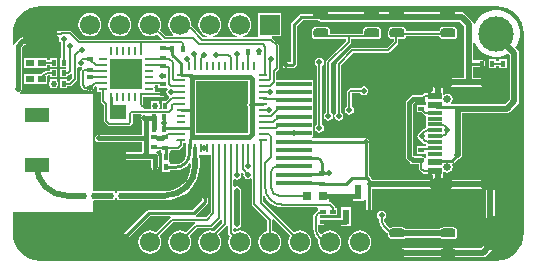
<source format=gtl>
G04*
G04 #@! TF.GenerationSoftware,Altium Limited,Altium Designer,21.6.4 (81)*
G04*
G04 Layer_Physical_Order=1*
G04 Layer_Color=255*
%FSLAX44Y44*%
%MOMM*%
G71*
G04*
G04 #@! TF.SameCoordinates,711A6483-5E67-4E50-9913-089A3A40D486*
G04*
G04*
G04 #@! TF.FilePolarity,Positive*
G04*
G01*
G75*
%ADD12C,0.1524*%
%ADD13C,0.1270*%
%ADD15C,0.2540*%
%ADD16R,4.0000X4.0000*%
%ADD17R,0.8000X0.2800*%
%ADD18R,0.2800X0.8000*%
%ADD19R,0.4000X0.5000*%
G04:AMPARAMS|DCode=20|XSize=0.4mm|YSize=0.5mm|CornerRadius=0mm|HoleSize=0mm|Usage=FLASHONLY|Rotation=180.000|XOffset=0mm|YOffset=0mm|HoleType=Round|Shape=Octagon|*
%AMOCTAGOND20*
4,1,8,0.1000,-0.2500,-0.1000,-0.2500,-0.2000,-0.1500,-0.2000,0.1500,-0.1000,0.2500,0.1000,0.2500,0.2000,0.1500,0.2000,-0.1500,0.1000,-0.2500,0.0*
%
%ADD20OCTAGOND20*%

%ADD21R,0.6000X1.3000*%
%ADD22R,0.5000X0.4000*%
%ADD23R,2.7000X2.6000*%
%ADD24O,0.8000X0.2500*%
%ADD25O,0.2500X0.8000*%
%ADD26R,0.7620X0.7620*%
%ADD27R,1.4000X1.2000*%
G04:AMPARAMS|DCode=28|XSize=0.4mm|YSize=3mm|CornerRadius=0.04mm|HoleSize=0mm|Usage=FLASHONLY|Rotation=90.000|XOffset=0mm|YOffset=0mm|HoleType=Round|Shape=RoundedRectangle|*
%AMROUNDEDRECTD28*
21,1,0.4000,2.9200,0,0,90.0*
21,1,0.3200,3.0000,0,0,90.0*
1,1,0.0800,1.4600,0.1600*
1,1,0.0800,1.4600,-0.1600*
1,1,0.0800,-1.4600,-0.1600*
1,1,0.0800,-1.4600,0.1600*
%
%ADD28ROUNDEDRECTD28*%
%ADD29R,2.0000X1.2000*%
G04:AMPARAMS|DCode=30|XSize=1.27mm|YSize=0.762mm|CornerRadius=0.1905mm|HoleSize=0mm|Usage=FLASHONLY|Rotation=0.000|XOffset=0mm|YOffset=0mm|HoleType=Round|Shape=RoundedRectangle|*
%AMROUNDEDRECTD30*
21,1,1.2700,0.3810,0,0,0.0*
21,1,0.8890,0.7620,0,0,0.0*
1,1,0.3810,0.4445,-0.1905*
1,1,0.3810,-0.4445,-0.1905*
1,1,0.3810,-0.4445,0.1905*
1,1,0.3810,0.4445,0.1905*
%
%ADD30ROUNDEDRECTD30*%
%ADD31R,1.1500X0.6000*%
%ADD32R,1.1500X0.3000*%
%ADD33R,0.7000X0.6000*%
%ADD60C,0.5000*%
%ADD61C,0.5080*%
%ADD62C,0.3810*%
%ADD63C,0.3500*%
%ADD64C,0.3000*%
%ADD65C,1.7000*%
%ADD66R,1.7000X1.7000*%
%ADD67C,3.0000*%
%ADD68C,0.6500*%
%ADD69O,1.8000X1.0000*%
%ADD70O,2.1000X1.0000*%
%ADD71C,0.5000*%
%ADD72C,0.6100*%
G36*
X368500Y159513D02*
X370671Y156264D01*
X373434Y153501D01*
X376683Y151330D01*
X380293Y149834D01*
X384126Y149072D01*
X388034D01*
X391866Y149834D01*
X395477Y151330D01*
X396184Y151803D01*
X397435Y150552D01*
Y147280D01*
X397220D01*
Y139740D01*
X397435D01*
Y113369D01*
X393245Y109179D01*
X354834D01*
X354557Y109124D01*
X348415D01*
X347958Y110394D01*
X348759Y111592D01*
X349109Y113355D01*
X348759Y115119D01*
X347760Y116614D01*
X346265Y117613D01*
X344501Y117964D01*
X342737Y117613D01*
X341781Y116974D01*
X340511Y117632D01*
Y123771D01*
X380996D01*
X381000Y123770D01*
X382487Y124066D01*
X383747Y124908D01*
X384589Y126168D01*
X384885Y127655D01*
X384589Y129141D01*
X383747Y130401D01*
X383746Y130402D01*
X382486Y131244D01*
X380999Y131540D01*
X366673D01*
Y140920D01*
X374210D01*
X375201Y141117D01*
X376041Y141679D01*
X376603Y142519D01*
X376800Y143510D01*
X376603Y144501D01*
X376041Y145341D01*
X375201Y145903D01*
X374210Y146100D01*
X366673D01*
Y160604D01*
X367943Y160857D01*
X368500Y159513D01*
D02*
G37*
G36*
X99749Y123065D02*
X107007D01*
X107292Y122705D01*
X107677Y121955D01*
X106939Y120851D01*
X106646Y119380D01*
X106939Y117909D01*
X107772Y116662D01*
X108709Y116036D01*
X109089Y114619D01*
X106190Y111720D01*
X102580D01*
Y104942D01*
X101061D01*
X100723Y106212D01*
X100901Y106479D01*
X101194Y107950D01*
X100901Y109421D01*
X100620Y109842D01*
Y111720D01*
X97721D01*
X97350Y111794D01*
X96979Y111720D01*
X94080D01*
Y109842D01*
X93799Y109421D01*
X93506Y107950D01*
X93799Y106479D01*
X93977Y106212D01*
X93639Y104942D01*
X87667D01*
X87416Y106212D01*
X87825Y106485D01*
X88274Y107157D01*
X88432Y107950D01*
X88274Y108743D01*
X87825Y109415D01*
X86962Y110278D01*
Y115264D01*
X103518D01*
X104311Y115421D01*
X104983Y115871D01*
X105432Y116543D01*
X105590Y117336D01*
X105432Y118128D01*
X104983Y118800D01*
X104311Y119250D01*
X103518Y119407D01*
X97269D01*
X97194Y119491D01*
X96707Y120677D01*
X97014Y121137D01*
X97209Y122120D01*
X97014Y123103D01*
X96563Y123778D01*
X96744Y124449D01*
X97079Y125048D01*
X99749D01*
Y123065D01*
D02*
G37*
G36*
X175608Y128618D02*
X175833Y128468D01*
Y110581D01*
X175518Y110110D01*
X175225Y108639D01*
X175518Y107168D01*
X175833Y106697D01*
Y84853D01*
X175497Y84517D01*
X131989D01*
X131519Y84831D01*
X131509Y84833D01*
Y88900D01*
X131507Y88908D01*
Y104140D01*
Y128843D01*
X175458D01*
X175608Y128618D01*
D02*
G37*
G36*
X123501Y66649D02*
X123275Y64932D01*
X122378Y62767D01*
X120951Y60908D01*
X119092Y59481D01*
X116927Y58584D01*
X114603Y58278D01*
Y58278D01*
X109721D01*
X109504Y59458D01*
X109289Y60616D01*
X109289D01*
Y68156D01*
X109289D01*
X109458Y68837D01*
X109458Y68837D01*
Y69048D01*
X110200Y70318D01*
X116840D01*
X116840Y70318D01*
X117633Y70476D01*
X118305Y70925D01*
X120137Y72757D01*
X120586Y73429D01*
X120744Y74222D01*
X120744Y74222D01*
Y76510D01*
X123501D01*
Y66649D01*
D02*
G37*
G36*
X16096Y165568D02*
X15883Y164495D01*
X16176Y163024D01*
X17009Y161777D01*
X17630Y161362D01*
Y148136D01*
X16406D01*
Y140596D01*
X21433D01*
X21797Y139921D01*
X21433Y139246D01*
X16406D01*
Y131706D01*
X22946D01*
Y132212D01*
X23274Y133404D01*
X24067Y133562D01*
X24739Y134011D01*
X25886Y135159D01*
X27156Y134632D01*
Y131518D01*
X24216Y128578D01*
X22946Y128585D01*
Y130356D01*
X16406D01*
Y122816D01*
X22946D01*
Y124430D01*
X25069D01*
X25069Y124430D01*
X25862Y124587D01*
X26534Y125036D01*
X30693Y129195D01*
X30693Y129195D01*
X31142Y129867D01*
X31300Y130660D01*
X31300Y130660D01*
Y140097D01*
X32570Y140776D01*
X32819Y140609D01*
X34290Y140316D01*
X34985Y140455D01*
X35480Y139258D01*
X35402Y139206D01*
X35402Y139206D01*
X34509Y138313D01*
X34060Y137641D01*
X33902Y136848D01*
X33902Y136848D01*
Y124938D01*
X33902Y124938D01*
X34060Y124145D01*
X34509Y123473D01*
X36257Y121725D01*
X36257Y121725D01*
X36929Y121276D01*
X37722Y121118D01*
X37722Y121118D01*
X40389D01*
X40444Y121036D01*
X41116Y120587D01*
X41909Y120429D01*
X42409D01*
X42409Y120429D01*
X43202Y120587D01*
X43874Y121036D01*
X45112Y122274D01*
X45112Y122274D01*
X45561Y122946D01*
X45630Y123292D01*
X46529Y124191D01*
X46535Y124194D01*
X46913Y124112D01*
X47766Y123103D01*
X47571Y122120D01*
X47766Y121137D01*
X48323Y120303D01*
X49157Y119746D01*
X50140Y119551D01*
X50933D01*
Y112095D01*
X50933Y112095D01*
X51091Y111302D01*
X51540Y110630D01*
X53808Y108362D01*
Y95250D01*
X53808Y95250D01*
X53966Y94457D01*
X54415Y93785D01*
X56955Y91245D01*
X56955Y91245D01*
X57627Y90796D01*
X58420Y90638D01*
X74930D01*
X74930Y90638D01*
X75723Y90796D01*
X76395Y91245D01*
X77665Y92515D01*
X77665Y92515D01*
X78114Y93187D01*
X78272Y93980D01*
X78272Y93980D01*
Y100742D01*
X78328Y100798D01*
X85304D01*
X85897Y99528D01*
X85503Y98939D01*
X85257Y97700D01*
X85503Y96461D01*
X85889Y95883D01*
Y83335D01*
X49525D01*
X48286Y83089D01*
X47236Y82387D01*
X46534Y81337D01*
X46288Y80098D01*
X46534Y78859D01*
X47236Y77809D01*
X48286Y77107D01*
X49525Y76861D01*
X85889D01*
Y68250D01*
X70458D01*
X68329Y70379D01*
X67279Y71081D01*
X66040Y71327D01*
X64801Y71081D01*
X63751Y70379D01*
X63049Y69329D01*
X62803Y68090D01*
X63049Y66851D01*
X63751Y65801D01*
X66828Y62724D01*
X67878Y62022D01*
X69117Y61776D01*
X87844D01*
X88485Y61903D01*
X89127Y61776D01*
X89899Y61929D01*
X93782D01*
Y56767D01*
X94029Y55528D01*
X94731Y54478D01*
X95781Y53776D01*
X97020Y53529D01*
X98258Y53776D01*
X99309Y54478D01*
X100010Y55528D01*
X100257Y56767D01*
Y64887D01*
X100010Y66125D01*
X99309Y67176D01*
X99029Y67456D01*
X98290Y67949D01*
X98655Y69219D01*
X100343D01*
Y70318D01*
X101918D01*
Y68837D01*
X101918D01*
X102749Y68156D01*
Y60639D01*
X102749Y60616D01*
X102749Y60616D01*
X102964Y59458D01*
X102964D01*
Y51918D01*
X109504D01*
Y53098D01*
X114603D01*
Y53026D01*
X118286Y53511D01*
X121718Y54933D01*
X124665Y57194D01*
X126058Y59010D01*
X127328Y58579D01*
Y57150D01*
X127362Y56979D01*
X126964Y52935D01*
X125735Y48881D01*
X123738Y45146D01*
X121051Y41872D01*
X117776Y39184D01*
X114041Y37188D01*
X109987Y35958D01*
X105943Y35560D01*
X105772Y35594D01*
X68580D01*
X68209Y35520D01*
X65310D01*
Y33755D01*
X65133Y33622D01*
X64004Y33497D01*
X63833Y33543D01*
X63350Y34095D01*
Y35520D01*
X60451D01*
X60080Y35594D01*
X45720D01*
X44600Y36431D01*
Y117780D01*
X-17331D01*
X-17510Y118302D01*
X-17543Y119050D01*
X-16673Y119631D01*
X-15971Y120681D01*
X-15725Y121920D01*
Y157439D01*
X-13913Y159251D01*
X-13509D01*
X-12270Y159497D01*
X-11220Y160199D01*
X-5746Y165673D01*
X0D01*
X1239Y165919D01*
X2289Y166621D01*
X2434Y166838D01*
X15347D01*
X16096Y165568D01*
D02*
G37*
G36*
X326732Y111355D02*
Y109772D01*
X326350Y108660D01*
X318810D01*
Y102120D01*
X322920D01*
X324551Y100490D01*
X325223Y100041D01*
X326016Y99883D01*
X326732Y98950D01*
Y88885D01*
X326126Y88806D01*
X324415Y88097D01*
X322946Y86970D01*
X321883Y85584D01*
X321491Y85506D01*
X320244Y84673D01*
X319410Y83426D01*
X319118Y81955D01*
X319410Y80484D01*
X320244Y79237D01*
X321491Y78403D01*
X322435Y78215D01*
X323414Y76939D01*
X324883Y75812D01*
X326594Y75104D01*
X326447Y73842D01*
X326350Y73560D01*
X318810D01*
Y67020D01*
X326350D01*
X326732Y65908D01*
Y63404D01*
X326100Y63200D01*
X325462Y63192D01*
X324869Y64079D01*
X323819Y64781D01*
X322580Y65027D01*
X316741D01*
X315657Y66111D01*
Y109149D01*
X317161Y110653D01*
X323080D01*
X324319Y110900D01*
X325369Y111601D01*
X325462Y111740D01*
X326732Y111355D01*
D02*
G37*
G36*
X0Y192238D02*
X386080D01*
X386165Y192255D01*
X390636Y191815D01*
X395017Y190486D01*
X399054Y188328D01*
X402593Y185423D01*
X405498Y181884D01*
X407656Y177847D01*
X408985Y173466D01*
X409425Y168995D01*
X409408Y168910D01*
Y0D01*
X409425Y-85D01*
X408985Y-4556D01*
X407656Y-8937D01*
X405498Y-12974D01*
X402593Y-16513D01*
X399054Y-19418D01*
X395017Y-21576D01*
X390636Y-22905D01*
X386165Y-23345D01*
X386080Y-23328D01*
X0D01*
X-85Y-23345D01*
X-4556Y-22905D01*
X-8937Y-21576D01*
X-12974Y-19418D01*
X-16513Y-16513D01*
X-19418Y-12974D01*
X-21576Y-8937D01*
X-22905Y-4556D01*
X-23345Y-85D01*
X-23328Y0D01*
Y17780D01*
X44600D01*
Y27069D01*
X45720Y27906D01*
X60080D01*
X60451Y27980D01*
X63350D01*
Y29745D01*
X63527Y29878D01*
X64656Y30003D01*
X64827Y29957D01*
X65310Y29405D01*
Y27980D01*
X68209D01*
X68580Y27906D01*
X105772D01*
Y27890D01*
X110350Y28250D01*
X114814Y29322D01*
X119056Y31079D01*
X122971Y33478D01*
X126462Y36460D01*
X129444Y39951D01*
X131843Y43866D01*
X133600Y48108D01*
X134672Y52573D01*
X135032Y57150D01*
X135016D01*
Y62940D01*
X134724Y64411D01*
X134251Y65118D01*
Y66408D01*
X138841D01*
Y66410D01*
X143501D01*
Y66408D01*
X144099D01*
Y17489D01*
X140112Y13502D01*
X131811D01*
X131425Y14772D01*
X131543Y14850D01*
X141283Y24591D01*
X141845Y25431D01*
X142042Y26422D01*
Y30568D01*
X141845Y31559D01*
X141283Y32399D01*
X140443Y32960D01*
X139452Y33158D01*
X138461Y32960D01*
X137621Y32399D01*
X137059Y31559D01*
X136862Y30568D01*
Y27495D01*
X128639Y19271D01*
X91612D01*
X90620Y19074D01*
X89780Y18513D01*
X65479Y-5789D01*
X64917Y-6629D01*
X64720Y-7620D01*
X64917Y-8611D01*
X65479Y-9451D01*
X66319Y-10013D01*
X67310Y-10210D01*
X68301Y-10013D01*
X69141Y-9451D01*
X92684Y14092D01*
X109800D01*
X110197Y13133D01*
X110222Y12822D01*
X98020Y620D01*
X97637Y914D01*
X95260Y1899D01*
X92710Y2234D01*
X90160Y1899D01*
X87783Y914D01*
X85742Y-652D01*
X84176Y-2693D01*
X83191Y-5070D01*
X82856Y-7620D01*
X83191Y-10171D01*
X84176Y-12547D01*
X85742Y-14588D01*
X87783Y-16154D01*
X90160Y-17139D01*
X92710Y-17474D01*
X95260Y-17139D01*
X97637Y-16154D01*
X99678Y-14588D01*
X101244Y-12547D01*
X102228Y-10171D01*
X102564Y-7620D01*
X102228Y-5070D01*
X101244Y-2693D01*
X100950Y-2310D01*
X112618Y9358D01*
X130773D01*
X131024Y8088D01*
X130615Y7815D01*
X130615Y7815D01*
X123420Y620D01*
X123037Y914D01*
X120660Y1899D01*
X118110Y2234D01*
X115560Y1899D01*
X113183Y914D01*
X111142Y-652D01*
X109576Y-2693D01*
X108591Y-5070D01*
X108256Y-7620D01*
X108591Y-10171D01*
X109576Y-12547D01*
X111142Y-14588D01*
X113183Y-16154D01*
X115560Y-17139D01*
X118110Y-17474D01*
X120660Y-17139D01*
X123037Y-16154D01*
X125078Y-14588D01*
X126644Y-12547D01*
X127628Y-10171D01*
X127964Y-7620D01*
X127628Y-5070D01*
X126644Y-2693D01*
X126350Y-2310D01*
X132938Y4278D01*
X144780D01*
X144780Y4278D01*
X145573Y4436D01*
X146245Y4885D01*
X152637Y11277D01*
X152829Y11564D01*
X154099Y11179D01*
Y8439D01*
X147120Y1460D01*
X146060Y1899D01*
X143510Y2234D01*
X140960Y1899D01*
X138583Y914D01*
X136542Y-652D01*
X134976Y-2693D01*
X133991Y-5070D01*
X133656Y-7620D01*
X133991Y-10171D01*
X134976Y-12547D01*
X136542Y-14588D01*
X138583Y-16154D01*
X140960Y-17139D01*
X143510Y-17474D01*
X146060Y-17139D01*
X148437Y-16154D01*
X150478Y-14588D01*
X152044Y-12547D01*
X153028Y-10171D01*
X153364Y-7620D01*
X153028Y-5070D01*
X152044Y-2693D01*
X150647Y-873D01*
X157636Y6116D01*
X157830Y6407D01*
X159100Y6022D01*
Y118D01*
X159100Y118D01*
X159258Y-675D01*
X159707Y-1347D01*
X160670Y-2310D01*
X160376Y-2693D01*
X159391Y-5070D01*
X159056Y-7620D01*
X159391Y-10171D01*
X160376Y-12547D01*
X161942Y-14588D01*
X163983Y-16154D01*
X166360Y-17139D01*
X168910Y-17474D01*
X171460Y-17139D01*
X173837Y-16154D01*
X175878Y-14588D01*
X177444Y-12547D01*
X178428Y-10171D01*
X178764Y-7620D01*
X178428Y-5070D01*
X177444Y-2693D01*
X175878Y-652D01*
X173837Y914D01*
X171460Y1899D01*
X168910Y2234D01*
X166360Y1899D01*
X164514Y1134D01*
X163361Y1770D01*
X163244Y1931D01*
Y3599D01*
X164514Y4278D01*
X164883Y4031D01*
X166370Y3736D01*
X167857Y4031D01*
X169117Y4873D01*
X169959Y6134D01*
X170255Y7620D01*
Y35560D01*
X169959Y37047D01*
X169117Y38307D01*
X167857Y39149D01*
X166370Y39445D01*
X164883Y39149D01*
X164514Y38902D01*
X163244Y39581D01*
Y44988D01*
X164514Y45667D01*
X164930Y45389D01*
X166401Y45097D01*
X167872Y45389D01*
X169119Y46223D01*
X169952Y47470D01*
X170245Y48941D01*
X169952Y50412D01*
X169897Y50493D01*
X170884Y51303D01*
X172034Y50153D01*
X171882Y49391D01*
X172175Y47920D01*
X173008Y46673D01*
X174255Y45840D01*
X175726Y45547D01*
X177197Y45840D01*
X177830Y46263D01*
X179100Y45584D01*
Y24568D01*
X179100Y24568D01*
X179258Y23775D01*
X179707Y23103D01*
X192238Y10572D01*
Y1962D01*
X191759Y1899D01*
X189383Y914D01*
X187342Y-652D01*
X185776Y-2693D01*
X184792Y-5070D01*
X184456Y-7620D01*
X184792Y-10171D01*
X185776Y-12547D01*
X187342Y-14588D01*
X189383Y-16154D01*
X191759Y-17139D01*
X194310Y-17474D01*
X196861Y-17139D01*
X199237Y-16154D01*
X201278Y-14588D01*
X202844Y-12547D01*
X203829Y-10171D01*
X204164Y-7620D01*
X203829Y-5070D01*
X202844Y-2693D01*
X201278Y-652D01*
X199237Y914D01*
X196861Y1899D01*
X196382Y1962D01*
Y10982D01*
X197576Y11554D01*
X197603Y11557D01*
X211470Y-2310D01*
X211176Y-2693D01*
X210191Y-5070D01*
X209856Y-7620D01*
X210191Y-10171D01*
X211176Y-12547D01*
X212742Y-14588D01*
X214783Y-16154D01*
X217160Y-17139D01*
X219710Y-17474D01*
X222260Y-17139D01*
X224637Y-16154D01*
X226678Y-14588D01*
X228244Y-12547D01*
X229228Y-10171D01*
X229564Y-7620D01*
X229228Y-5070D01*
X228244Y-2693D01*
X226678Y-652D01*
X224637Y914D01*
X222260Y1899D01*
X219710Y2234D01*
X217160Y1899D01*
X214783Y914D01*
X214400Y620D01*
X188643Y26377D01*
Y31071D01*
X189913Y31389D01*
X191101Y29167D01*
X193100Y26730D01*
X195537Y24731D01*
X198317Y23245D01*
X199040Y23025D01*
X199094Y22989D01*
X199282Y22952D01*
X201333Y22329D01*
X204470Y22021D01*
Y22058D01*
X234265D01*
X235299Y21490D01*
X235299Y20788D01*
Y19354D01*
X235008Y19233D01*
X233325Y17942D01*
X232034Y16260D01*
X231223Y14301D01*
X230946Y12198D01*
X230976D01*
Y4443D01*
X230894D01*
X231378Y763D01*
X232798Y-2666D01*
X235058Y-5610D01*
X235478Y-5932D01*
X235256Y-7620D01*
X235592Y-10171D01*
X236576Y-12547D01*
X238142Y-14588D01*
X240183Y-16154D01*
X242560Y-17139D01*
X245110Y-17474D01*
X247661Y-17139D01*
X250037Y-16154D01*
X252078Y-14588D01*
X253644Y-12547D01*
X254629Y-10171D01*
X254964Y-7620D01*
X254629Y-5070D01*
X253644Y-2693D01*
X252078Y-652D01*
X250037Y914D01*
X247661Y1899D01*
X245110Y2234D01*
X242560Y1899D01*
X240183Y914D01*
X238142Y-652D01*
X237974Y-871D01*
X236704D01*
X236459Y-552D01*
X235461Y1857D01*
X235121Y4442D01*
X235121Y4443D01*
X235121D01*
X235184Y5686D01*
X235299Y6450D01*
X236389Y6450D01*
X242610D01*
X242839Y6450D01*
X242839Y6450D01*
X243880D01*
Y6450D01*
X244109Y6450D01*
X251420D01*
Y6483D01*
X254860D01*
Y6200D01*
X263400D01*
Y21740D01*
X254860D01*
Y12957D01*
X251420D01*
Y12990D01*
X244109D01*
X243880Y12990D01*
X243880Y12990D01*
X242839D01*
Y12990D01*
X242610Y12990D01*
X237003D01*
X236448Y13905D01*
X236392Y14286D01*
X236807Y14950D01*
X242610D01*
X242839Y14950D01*
X243880D01*
X244109Y14950D01*
X251420D01*
Y21490D01*
X249722D01*
Y21590D01*
X249564Y22383D01*
X249115Y23055D01*
X249115Y23055D01*
X246575Y25595D01*
X245903Y26044D01*
X245110Y26202D01*
X245110Y26202D01*
X245066D01*
X243989Y26669D01*
Y28512D01*
X263510D01*
X264360Y28484D01*
Y27200D01*
X272900D01*
Y27286D01*
X273813Y28169D01*
X275368Y28117D01*
Y16510D01*
X275565Y15519D01*
X276126Y14679D01*
X276967Y14117D01*
X277958Y13920D01*
X278949Y14117D01*
X279789Y14679D01*
X280350Y15519D01*
X280547Y16510D01*
Y26707D01*
X280670Y27940D01*
X280670Y27940D01*
X280547Y29147D01*
Y37371D01*
X339499D01*
X339503Y37370D01*
X377116D01*
Y11823D01*
X377412Y10336D01*
X378254Y9076D01*
X382195Y5134D01*
Y-3630D01*
X373200Y-12625D01*
X302260D01*
X300773Y-12921D01*
X299513Y-13763D01*
X298671Y-15023D01*
X298375Y-16510D01*
X298671Y-17997D01*
X299513Y-19257D01*
X300773Y-20099D01*
X302260Y-20395D01*
X374809D01*
X376296Y-20099D01*
X377556Y-19257D01*
X388827Y-7986D01*
X389669Y-6726D01*
X389965Y-5239D01*
Y6743D01*
X389669Y8230D01*
X388827Y9490D01*
X384885Y13432D01*
Y41254D01*
X384590Y42741D01*
X383747Y44001D01*
X383747Y44001D01*
X382486Y44844D01*
X381000Y45139D01*
X340512D01*
Y51278D01*
X341782Y51936D01*
X342737Y51297D01*
X344501Y50947D01*
X346265Y51297D01*
X347760Y52296D01*
X348759Y53791D01*
X349109Y55555D01*
X348759Y57319D01*
X348610Y57542D01*
X349191Y58952D01*
X350032Y59514D01*
X352653Y62135D01*
X352838Y62098D01*
X354325Y62394D01*
X355585Y63236D01*
X356005Y63656D01*
X356847Y64917D01*
X357143Y66403D01*
Y101410D01*
X394854D01*
X396341Y101705D01*
X397601Y102547D01*
X404067Y109013D01*
X404909Y110273D01*
X405205Y111760D01*
Y143510D01*
Y152161D01*
X404909Y153647D01*
X404067Y154907D01*
X401978Y156996D01*
X403660Y159513D01*
X405156Y163123D01*
X405918Y166956D01*
Y170864D01*
X405156Y174697D01*
X403660Y178307D01*
X401489Y181556D01*
X398726Y184319D01*
X395477Y186490D01*
X391866Y187986D01*
X388034Y188748D01*
X384126D01*
X380293Y187986D01*
X376683Y186490D01*
X373434Y184319D01*
X370671Y181556D01*
X368500Y178307D01*
X368157Y177480D01*
X367881Y177399D01*
X366409Y178291D01*
X366377Y178448D01*
X365535Y179708D01*
X359617Y185627D01*
X358357Y186469D01*
X356870Y186765D01*
X237490D01*
X236003Y186469D01*
X234743Y185627D01*
X234638Y185470D01*
X220980D01*
X219989Y185273D01*
X219149Y184711D01*
X212799Y178361D01*
X212237Y177521D01*
X212040Y176530D01*
Y144518D01*
X207973D01*
X206982Y144321D01*
X206142Y143759D01*
X205581Y142919D01*
X205384Y141928D01*
X205581Y140937D01*
X206142Y140097D01*
X206982Y139536D01*
X207973Y139338D01*
X213142D01*
X214133Y139536D01*
X214973Y140097D01*
X216461Y141585D01*
X217023Y142425D01*
X217220Y143416D01*
Y175457D01*
X222053Y180290D01*
X234638D01*
X234743Y180133D01*
X236003Y179291D01*
X237490Y178995D01*
X355261D01*
X358904Y175352D01*
Y143510D01*
Y131540D01*
X339505D01*
X339501Y131541D01*
X338899D01*
X337413Y131245D01*
X336152Y130403D01*
X333880Y128130D01*
X333038Y126870D01*
X332742Y125383D01*
Y120139D01*
X332265Y120044D01*
X331005Y119201D01*
X330554Y118526D01*
X325644D01*
X325644Y118526D01*
X324851Y118369D01*
X324179Y117920D01*
X323336Y117077D01*
X323080Y117128D01*
X315820D01*
X314582Y116881D01*
X313531Y116180D01*
X310131Y112779D01*
X309429Y111729D01*
X309183Y110490D01*
Y64770D01*
X309429Y63531D01*
X310131Y62481D01*
X313111Y59501D01*
X314161Y58799D01*
X315400Y58553D01*
X320508D01*
Y54610D01*
X320508Y54610D01*
X320666Y53817D01*
X321115Y53145D01*
X323270Y50990D01*
X323942Y50541D01*
X324735Y50383D01*
X324735Y50383D01*
X330554D01*
X331005Y49708D01*
X332265Y48866D01*
X332742Y48771D01*
Y45140D01*
X280547D01*
Y45299D01*
X280350Y46290D01*
X279789Y47130D01*
X278180Y48739D01*
Y74983D01*
X278212Y75144D01*
Y77438D01*
X278015Y78429D01*
X277453Y79269D01*
X277416Y79294D01*
X277391Y79331D01*
X276551Y79893D01*
X275560Y80090D01*
X230220D01*
X229912Y81264D01*
X229931Y81360D01*
X230434Y81696D01*
X230803Y82248D01*
X230933Y82900D01*
Y86100D01*
X230803Y86752D01*
X230443Y87291D01*
X230434Y87307D01*
Y88693D01*
X230443Y88709D01*
X230803Y89248D01*
X230933Y89900D01*
Y93100D01*
X230803Y93752D01*
X230443Y94291D01*
X230434Y94307D01*
Y95693D01*
X230443Y95709D01*
X230803Y96248D01*
X230933Y96900D01*
Y100100D01*
X230803Y100751D01*
X230443Y101291D01*
X230434Y101307D01*
Y102693D01*
X230443Y102709D01*
X230803Y103248D01*
X230933Y103900D01*
Y107100D01*
X230803Y107752D01*
X230443Y108291D01*
X230434Y108307D01*
Y109693D01*
X230443Y109709D01*
X230803Y110248D01*
X230933Y110900D01*
Y114100D01*
X230803Y114752D01*
X230471Y115248D01*
X230443Y115300D01*
X230438Y116000D01*
X230443Y116699D01*
X230471Y116752D01*
X230803Y117248D01*
X230933Y117900D01*
Y121100D01*
X230803Y121751D01*
X230471Y122248D01*
X230443Y122300D01*
X230438Y123000D01*
X230443Y123699D01*
X230471Y123752D01*
X230803Y124248D01*
X230933Y124900D01*
Y128100D01*
X230803Y128751D01*
X230434Y129304D01*
X229882Y129673D01*
X229230Y129803D01*
X200030D01*
X199540Y130204D01*
Y136386D01*
X201479Y138325D01*
X201928Y138997D01*
X202086Y139790D01*
X202086Y139790D01*
Y158800D01*
X202086Y158800D01*
X201928Y159593D01*
X201479Y160265D01*
X201479Y160265D01*
X196542Y165202D01*
X196111Y165490D01*
X196302Y166710D01*
X196322Y166760D01*
X204080D01*
Y186300D01*
X184540D01*
Y167079D01*
X184540Y166760D01*
X183770Y165809D01*
X171724D01*
X171460Y167012D01*
X173837Y167996D01*
X175878Y169562D01*
X177444Y171603D01*
X178428Y173979D01*
X178764Y176530D01*
X178428Y179081D01*
X177444Y181457D01*
X175878Y183498D01*
X173837Y185064D01*
X171460Y186049D01*
X168910Y186384D01*
X166360Y186049D01*
X163983Y185064D01*
X161942Y183498D01*
X160376Y181457D01*
X159391Y179081D01*
X159056Y176530D01*
X159391Y173979D01*
X160376Y171603D01*
X161942Y169562D01*
X163983Y167996D01*
X166360Y167012D01*
X166096Y165809D01*
X146324D01*
X146060Y167012D01*
X148437Y167996D01*
X150478Y169562D01*
X152044Y171603D01*
X153028Y173979D01*
X153364Y176530D01*
X153028Y179081D01*
X152044Y181457D01*
X150478Y183498D01*
X148437Y185064D01*
X146060Y186049D01*
X143510Y186384D01*
X140960Y186049D01*
X138583Y185064D01*
X136542Y183498D01*
X134976Y181457D01*
X133991Y179081D01*
X133656Y176530D01*
X133991Y173979D01*
X134976Y171603D01*
X136542Y169562D01*
X138583Y167996D01*
X140960Y167012D01*
X140696Y165809D01*
X138000D01*
X128775Y175034D01*
X128103Y175483D01*
X127833Y175537D01*
X127964Y176530D01*
X127628Y179081D01*
X126644Y181457D01*
X125078Y183498D01*
X123037Y185064D01*
X120660Y186049D01*
X118110Y186384D01*
X115560Y186049D01*
X113183Y185064D01*
X111142Y183498D01*
X109576Y181457D01*
X108591Y179081D01*
X108256Y176530D01*
X108591Y173979D01*
X109576Y171603D01*
X111142Y169562D01*
X112602Y168442D01*
X112171Y167172D01*
X106268D01*
X101418Y172022D01*
X102228Y173979D01*
X102564Y176530D01*
X102228Y179081D01*
X101244Y181457D01*
X99678Y183498D01*
X97637Y185064D01*
X95260Y186049D01*
X92710Y186384D01*
X90160Y186049D01*
X87783Y185064D01*
X85742Y183498D01*
X84176Y181457D01*
X83191Y179081D01*
X82856Y176530D01*
X83191Y173979D01*
X84176Y171603D01*
X85742Y169562D01*
X87783Y167996D01*
X90160Y167012D01*
X92710Y166676D01*
X95260Y167012D01*
X97637Y167996D01*
X98739Y168841D01*
X102869Y164711D01*
X102343Y163441D01*
X33799D01*
X26748Y170492D01*
X26076Y170941D01*
X25283Y171099D01*
X25283Y171099D01*
X17437D01*
X16851Y170982D01*
X2434D01*
X2289Y171199D01*
X1239Y171901D01*
X0Y172147D01*
X-7087D01*
X-8326Y171901D01*
X-9376Y171199D01*
X-14850Y165725D01*
X-15254D01*
X-16492Y165479D01*
X-17543Y164777D01*
X-21251Y161068D01*
X-21953Y160018D01*
X-22058Y159489D01*
X-23328Y159615D01*
Y168910D01*
X-23345Y168995D01*
X-22905Y173466D01*
X-21576Y177847D01*
X-19418Y181884D01*
X-16513Y185423D01*
X-12974Y188328D01*
X-8937Y190486D01*
X-4556Y191815D01*
X-85Y192255D01*
X0Y192238D01*
D02*
G37*
%LPC*%
G36*
X395260Y147280D02*
X388720D01*
Y145582D01*
X385980D01*
Y147280D01*
X379440D01*
Y139740D01*
X385980D01*
Y141438D01*
X388720D01*
Y139740D01*
X395260D01*
Y147280D01*
D02*
G37*
G36*
X-3580Y148430D02*
X-4850Y148430D01*
X-13580D01*
Y139890D01*
X-4850D01*
X-4040Y139890D01*
X-2770Y139890D01*
X5960D01*
Y142088D01*
X7906D01*
Y140596D01*
X14446D01*
Y148136D01*
X7906D01*
Y146232D01*
X5960D01*
Y148430D01*
X-3580Y148430D01*
D02*
G37*
G36*
X14446Y139246D02*
X7906D01*
Y137548D01*
X6507D01*
Y137572D01*
X4588Y137319D01*
X2801Y136579D01*
X1266Y135401D01*
X520Y134430D01*
X-3580Y134430D01*
X-4850Y134430D01*
X-13580D01*
Y125890D01*
X-4850D01*
X-4040Y125890D01*
X-2770Y125890D01*
X5960D01*
Y133270D01*
X6507Y133379D01*
Y133404D01*
X7906D01*
Y131706D01*
X14446D01*
Y139246D01*
D02*
G37*
G36*
X11176Y130430D02*
X10805Y130356D01*
X7906D01*
Y128478D01*
X7625Y128057D01*
X7332Y126586D01*
X7625Y125115D01*
X7906Y124694D01*
Y122816D01*
X10805D01*
X11176Y122742D01*
X11547Y122816D01*
X14446D01*
Y124694D01*
X14727Y125115D01*
X15020Y126586D01*
X14727Y128057D01*
X14446Y128478D01*
Y130356D01*
X11547D01*
X11176Y130430D01*
D02*
G37*
G36*
X349885Y174306D02*
X340995D01*
X339756Y174060D01*
X338706Y173358D01*
X338004Y172308D01*
X337758Y171069D01*
Y170989D01*
X309942D01*
Y171069D01*
X309696Y172308D01*
X308994Y173358D01*
X307944Y174060D01*
X306705Y174306D01*
X297815D01*
X296576Y174060D01*
X295526Y173358D01*
X294824Y172308D01*
X294578Y171069D01*
Y167259D01*
X294824Y166020D01*
X295526Y164970D01*
X296576Y164268D01*
X297815Y164022D01*
X299049D01*
Y162279D01*
X293782Y157012D01*
X264160D01*
X264160Y157012D01*
X263367Y156854D01*
X262695Y156405D01*
X251265Y144975D01*
X250816Y144303D01*
X250658Y143510D01*
X250658Y143510D01*
Y102210D01*
X250012Y101778D01*
X249179Y100531D01*
X248886Y99060D01*
X249179Y97589D01*
X250012Y96342D01*
X251259Y95509D01*
X252730Y95216D01*
X254201Y95509D01*
X255448Y96342D01*
X256281Y97589D01*
X256574Y99060D01*
X256281Y100531D01*
X255448Y101778D01*
X254802Y102210D01*
Y142652D01*
X265018Y152868D01*
X294640D01*
X294640Y152868D01*
X295433Y153026D01*
X296105Y153475D01*
X302586Y159956D01*
X302586Y159956D01*
X303035Y160628D01*
X303193Y161421D01*
X303193Y161421D01*
Y164022D01*
X306705D01*
X307944Y164268D01*
X308994Y164970D01*
X309696Y166020D01*
X309860Y166846D01*
X337840D01*
X338004Y166020D01*
X338706Y164970D01*
X339756Y164268D01*
X340995Y164022D01*
X349885D01*
X351124Y164268D01*
X352174Y164970D01*
X352876Y166020D01*
X353122Y167259D01*
Y171069D01*
X352876Y172308D01*
X352174Y173358D01*
X351124Y174060D01*
X349885Y174306D01*
D02*
G37*
G36*
X285115D02*
X276225D01*
X274986Y174060D01*
X273936Y173358D01*
X273234Y172308D01*
X272988Y171069D01*
Y168696D01*
X260350D01*
X260350Y168696D01*
X260350Y168696D01*
X245172D01*
Y171069D01*
X244926Y172308D01*
X244224Y173358D01*
X243174Y174060D01*
X241935Y174306D01*
X233045D01*
X231806Y174060D01*
X230756Y173358D01*
X230054Y172308D01*
X229808Y171069D01*
Y167259D01*
X230054Y166020D01*
X230756Y164970D01*
X231806Y164268D01*
X233045Y164022D01*
X241935D01*
X243174Y164268D01*
X243599Y164552D01*
X258911D01*
Y162781D01*
X242375Y146245D01*
X241926Y145573D01*
X241768Y144780D01*
X241768Y144780D01*
Y102210D01*
X241122Y101778D01*
X240289Y100531D01*
X239996Y99060D01*
X240289Y97589D01*
X241122Y96342D01*
X242369Y95509D01*
X243840Y95216D01*
X245311Y95509D01*
X246558Y96342D01*
X247391Y97589D01*
X247684Y99060D01*
X247391Y100531D01*
X246558Y101778D01*
X245912Y102210D01*
Y143922D01*
X262448Y160458D01*
X262448Y160458D01*
X262897Y161130D01*
X263055Y161923D01*
X263055Y161923D01*
Y164552D01*
X274561D01*
X274986Y164268D01*
X276225Y164022D01*
X285115D01*
X286354Y164268D01*
X287404Y164970D01*
X288106Y166020D01*
X288352Y167259D01*
Y171069D01*
X288106Y172308D01*
X287404Y173358D01*
X286354Y174060D01*
X285115Y174306D01*
D02*
G37*
G36*
X67310Y186384D02*
X64759Y186049D01*
X62383Y185064D01*
X60342Y183498D01*
X58776Y181457D01*
X57792Y179081D01*
X57456Y176530D01*
X57792Y173979D01*
X58776Y171603D01*
X60342Y169562D01*
X62383Y167996D01*
X64759Y167012D01*
X67310Y166676D01*
X69861Y167012D01*
X72237Y167996D01*
X74278Y169562D01*
X75844Y171603D01*
X76828Y173979D01*
X77164Y176530D01*
X76828Y179081D01*
X75844Y181457D01*
X74278Y183498D01*
X72237Y185064D01*
X69861Y186049D01*
X67310Y186384D01*
D02*
G37*
G36*
X41910D02*
X39360Y186049D01*
X36983Y185064D01*
X34942Y183498D01*
X33376Y181457D01*
X32392Y179081D01*
X32056Y176530D01*
X32392Y173979D01*
X33376Y171603D01*
X34942Y169562D01*
X36983Y167996D01*
X39360Y167012D01*
X41910Y166676D01*
X44461Y167012D01*
X46837Y167996D01*
X48878Y169562D01*
X50444Y171603D01*
X51428Y173979D01*
X51764Y176530D01*
X51428Y179081D01*
X50444Y181457D01*
X48878Y183498D01*
X46837Y185064D01*
X44461Y186049D01*
X41910Y186384D01*
D02*
G37*
G36*
X273970Y124355D02*
X272499Y124063D01*
X271252Y123229D01*
X270913Y122722D01*
X263108D01*
X262315Y122564D01*
X261643Y122115D01*
X261643Y122115D01*
X260155Y120627D01*
X259706Y119955D01*
X259548Y119162D01*
X259548Y119162D01*
Y107290D01*
X258902Y106858D01*
X258069Y105611D01*
X257776Y104140D01*
X258069Y102669D01*
X258902Y101422D01*
X260149Y100589D01*
X261620Y100296D01*
X263091Y100589D01*
X264338Y101422D01*
X265171Y102669D01*
X265464Y104140D01*
X265171Y105611D01*
X264338Y106858D01*
X263692Y107290D01*
Y118304D01*
X263966Y118578D01*
X270728D01*
X271252Y117793D01*
X272499Y116960D01*
X273970Y116667D01*
X275441Y116960D01*
X276688Y117793D01*
X277522Y119040D01*
X277814Y120511D01*
X277522Y121982D01*
X276688Y123229D01*
X275441Y124063D01*
X273970Y124355D01*
D02*
G37*
G36*
X236192Y148353D02*
X234721Y148061D01*
X233474Y147227D01*
X232641Y145980D01*
X232348Y144509D01*
X232641Y143038D01*
X233474Y141791D01*
X234134Y141350D01*
Y92041D01*
X233502Y91618D01*
X232669Y90371D01*
X232376Y88900D01*
X232669Y87429D01*
X233502Y86182D01*
X234749Y85349D01*
X236220Y85056D01*
X237691Y85349D01*
X238938Y86182D01*
X239771Y87429D01*
X240064Y88900D01*
X239771Y90371D01*
X238938Y91618D01*
X238278Y92059D01*
Y141369D01*
X238910Y141791D01*
X239744Y143038D01*
X240036Y144509D01*
X239744Y145980D01*
X238910Y147227D01*
X237663Y148061D01*
X236192Y148353D01*
D02*
G37*
G36*
X288865Y18911D02*
X287394Y18619D01*
X286147Y17785D01*
X285314Y16538D01*
X285021Y15067D01*
X285314Y13596D01*
X286147Y12349D01*
X286885Y11856D01*
X287057Y10117D01*
X287939Y7209D01*
X289371Y4529D01*
X291299Y2180D01*
X293648Y252D01*
X294578Y-245D01*
Y-2159D01*
X294824Y-3398D01*
X295526Y-4448D01*
X296576Y-5150D01*
X297815Y-5396D01*
X306705D01*
X307944Y-5150D01*
X308994Y-4448D01*
X309201Y-4139D01*
X338499D01*
X338706Y-4448D01*
X339756Y-5150D01*
X340995Y-5396D01*
X349885D01*
X351124Y-5150D01*
X352174Y-4448D01*
X352876Y-3398D01*
X353122Y-2159D01*
Y1651D01*
X352876Y2890D01*
X352174Y3940D01*
X351124Y4642D01*
X349885Y4888D01*
X340995D01*
X339756Y4642D01*
X338706Y3940D01*
X338499Y3631D01*
X309201D01*
X308994Y3940D01*
X307944Y4642D01*
X306705Y4888D01*
X297815D01*
X296576Y4642D01*
X295669Y4036D01*
X294247Y5127D01*
X292446Y7474D01*
X291313Y10208D01*
X291076Y12010D01*
X291583Y12349D01*
X292416Y13596D01*
X292709Y15067D01*
X292416Y16538D01*
X291583Y17785D01*
X290336Y18619D01*
X288865Y18911D01*
D02*
G37*
G36*
X270510Y2234D02*
X267959Y1899D01*
X265583Y914D01*
X263542Y-652D01*
X261976Y-2693D01*
X260991Y-5070D01*
X260656Y-7620D01*
X260991Y-10171D01*
X261976Y-12547D01*
X263542Y-14588D01*
X265583Y-16154D01*
X267959Y-17139D01*
X270510Y-17474D01*
X273060Y-17139D01*
X275437Y-16154D01*
X277478Y-14588D01*
X279044Y-12547D01*
X280028Y-10171D01*
X280364Y-7620D01*
X280028Y-5070D01*
X279044Y-2693D01*
X277478Y-652D01*
X275437Y914D01*
X273060Y1899D01*
X270510Y2234D01*
D02*
G37*
%LPD*%
D12*
X192384Y84066D02*
G03*
X191408Y84182I-976J-4056D01*
G01*
X195580Y80010D02*
G03*
X192384Y84066I-4172J0D01*
G01*
X199887Y24903D02*
G03*
X204470Y24130I4583J13197D01*
G01*
X191273Y33517D02*
G03*
X199887Y24903I13197J4583D01*
G01*
X190500Y38100D02*
G03*
X191273Y33517I13970J0D01*
G01*
X198123Y33017D02*
G03*
X201930Y31749I3807J5082D01*
G01*
X196848Y34292D02*
G03*
X198123Y33017I5082J3807D01*
G01*
X195580Y38099D02*
G03*
X196848Y34292I6350J0D01*
G01*
X200010Y56500D02*
G03*
X195580Y52070I0J-4430D01*
G01*
X298213Y372D02*
G03*
X302260Y-254I4047J12769D01*
G01*
X288865Y13141D02*
G03*
X298213Y372I13395J0D01*
G01*
X238546Y18197D02*
G03*
X233047Y12198I523J-5999D01*
G01*
X239069Y18220D02*
G03*
X238546Y18197I0J-6022D01*
G01*
X233047Y4443D02*
G03*
X245110Y-7620I12063J0D01*
G01*
X329329Y86780D02*
G03*
X329330Y86780I0J1524D01*
G01*
X323430Y81954D02*
G03*
X328430Y76955I5000J0D01*
G01*
X327962Y86955D02*
G03*
X322962Y81955I0J-5000D01*
G01*
X344542Y86955D02*
G03*
X339542Y91955I-5000J0D01*
G01*
Y81955D02*
G03*
X344542Y86955I0J5000D01*
G01*
X6507Y135476D02*
G03*
X1190Y130160I0J-5317D01*
G01*
X10970Y144160D02*
G03*
X11176Y144366I0J206D01*
G01*
X36867Y137741D02*
X41909D01*
X41909Y122501D02*
X42409D01*
X43647Y123739D01*
X37722Y123190D02*
X41910D01*
X84890Y161369D02*
X119866D01*
X32941D02*
X84890D01*
X137142Y163737D02*
X195077D01*
X121071Y173569D02*
X127310D01*
X137142Y163737D01*
X129531Y165100D02*
X134611Y160020D01*
X105410Y165100D02*
X129531D01*
X134611Y160020D02*
X188118D01*
X260350Y166624D02*
X260983D01*
X280670D01*
X345194Y168918D02*
X345440Y169164D01*
X302260D02*
X302506Y168918D01*
X345194D01*
X195580Y64462D02*
Y80010D01*
X188670Y84182D02*
X191408D01*
X190500Y38100D02*
Y59382D01*
X204470Y24130D02*
X245110D01*
X186571Y25519D02*
Y78543D01*
X187209Y79181D01*
X186571Y25519D02*
X219710Y-7620D01*
X187209Y79181D02*
X188672D01*
X201930Y31749D02*
X225909D01*
X195580Y38099D02*
Y52070D01*
X200010Y56500D02*
X214630D01*
X288865Y13141D02*
Y15067D01*
X233047Y4443D02*
Y12198D01*
X96573Y72489D02*
X96672Y72390D01*
X116840D02*
X118672Y74222D01*
X96672Y72390D02*
X116840D01*
X118672Y74222D02*
Y79180D01*
X115879Y78542D02*
X116517Y79180D01*
X118672D01*
X108319Y84105D02*
X118594D01*
X107427Y83212D02*
X108319Y84105D01*
X107427Y82345D02*
Y83212D01*
X107145Y82063D02*
X107427Y82345D01*
X104233Y82063D02*
X107145D01*
X102921Y80751D02*
X104233Y82063D01*
X382710Y143510D02*
X391990D01*
X245110Y24130D02*
X247650Y21590D01*
Y18220D02*
Y21590D01*
X188118Y160020D02*
X190468Y157670D01*
Y134820D02*
Y157670D01*
X189830Y134182D02*
X190468Y134820D01*
X188671Y134182D02*
X189830D01*
X195077Y163737D02*
X200014Y158800D01*
X237490Y166624D02*
X260350D01*
X243840Y144780D02*
X260983Y161923D01*
Y165991D01*
X260350Y166624D02*
X260983Y165991D01*
X243840Y99060D02*
Y144780D01*
X190500Y59382D02*
X195580Y64462D01*
X84890Y161369D02*
X84890Y161369D01*
X84890Y154120D02*
Y161369D01*
X55880Y95250D02*
Y109220D01*
Y95250D02*
X58420Y92710D01*
X53005Y112095D02*
X55880Y109220D01*
X0Y168910D02*
X17321D01*
X17437Y169027D01*
X25283D01*
X32941Y161369D01*
X166296Y151251D02*
X166421Y151376D01*
X166170Y141678D02*
X166296Y141803D01*
Y151251D01*
X159009Y151130D02*
X161172Y148967D01*
X148580Y151130D02*
X159009D01*
X161172Y141679D02*
Y148967D01*
X35645Y147405D02*
X41675D01*
X34290Y146050D02*
X35645Y147405D01*
X34578Y154302D02*
X35243Y154967D01*
X29228Y130660D02*
Y151164D01*
X32366Y154302D02*
X34578D01*
X29228Y151164D02*
X32366Y154302D01*
X35974Y124938D02*
Y136848D01*
Y124938D02*
X37722Y123190D01*
X25098Y137300D02*
Y158590D01*
X23274Y135476D02*
X25098Y137300D01*
Y158590D02*
X25256Y158748D01*
X25069Y126501D02*
X29228Y130660D01*
X19676Y144366D02*
X19701Y144392D01*
Y164469D01*
X19727Y164495D01*
X19449Y126501D02*
X25069D01*
X35974Y136848D02*
X36867Y137741D01*
X19676Y135476D02*
X23274D01*
X85341Y117336D02*
X103518D01*
X84890Y109420D02*
X86360Y107950D01*
X84890Y109420D02*
Y115120D01*
X236192Y144509D02*
X236206Y144495D01*
Y88914D02*
X236220Y88900D01*
X236206Y88914D02*
Y144495D01*
X252730Y143510D02*
X264160Y154940D01*
X252730Y99060D02*
Y143510D01*
X176118Y56752D02*
X176145Y56778D01*
Y71652D01*
X181172Y24568D02*
Y71679D01*
Y24568D02*
X194310Y11430D01*
X171172Y53945D02*
X175693Y49424D01*
X176145Y71652D02*
X176171Y71678D01*
X171172Y53945D02*
Y71679D01*
X197598Y137374D02*
X200014Y139790D01*
Y158800D01*
X301121Y161421D02*
Y165485D01*
X302260Y166624D01*
X294640Y154940D02*
X301121Y161421D01*
X264160Y154940D02*
X294640D01*
X263108Y120650D02*
X273832D01*
X261620Y104140D02*
Y119162D01*
X273832Y120650D02*
X273970Y120511D01*
X261620Y119162D02*
X263108Y120650D01*
X118594Y84105D02*
X118671Y84182D01*
X176005Y141843D02*
Y153505D01*
X175840Y153670D02*
X176005Y153505D01*
Y141843D02*
X176170Y141678D01*
X322580Y70290D02*
X323507Y71217D01*
X333014D02*
X333752Y71955D01*
X323507Y71217D02*
X333014D01*
X324735Y52455D02*
X333752D01*
X322580Y54610D02*
X324735Y52455D01*
X322580Y54610D02*
Y61790D01*
X325644Y116455D02*
X333752D01*
X323080Y113890D02*
X325644Y116455D01*
X324318Y103652D02*
Y104152D01*
X322580Y105390D02*
X323080D01*
X326016Y101955D02*
X333752D01*
X324318Y103652D02*
X326016Y101955D01*
X323080Y105390D02*
X324318Y104152D01*
X188671Y124182D02*
X188703Y124214D01*
X194064D01*
X188670Y104182D02*
X188698Y104209D01*
X193930D02*
X193958Y104237D01*
X188698Y104209D02*
X193930D01*
X201630Y105500D02*
X214630D01*
X188672Y99181D02*
X195311D01*
X201630Y105500D01*
Y98500D02*
X214630D01*
X188670Y94182D02*
X197312D01*
X201630Y98500D01*
X188672Y89181D02*
X199311D01*
X201630Y91500D01*
X214630D01*
X189309Y113544D02*
X213586D01*
X188671Y114182D02*
X189309Y113544D01*
X213586D02*
X214630Y112500D01*
X111760Y11430D02*
X140970D01*
X92710Y-7620D02*
X111760Y11430D01*
X140970D02*
X146171Y16631D01*
X118110Y-7620D02*
X132080Y6350D01*
X144780D01*
X146171Y16631D02*
Y71678D01*
X144780Y6350D02*
X151172Y12742D01*
X156171Y7581D02*
Y71678D01*
X143510Y-5080D02*
X156171Y7581D01*
X143510Y-7620D02*
Y-5080D01*
X151172Y12742D02*
Y71680D01*
X84890Y115120D02*
Y116885D01*
X85341Y117336D01*
X138430Y150224D02*
Y151130D01*
X136170Y147964D02*
X138430Y150224D01*
X124838Y145611D02*
Y146951D01*
X124173Y147616D02*
X124838Y146951D01*
Y145611D02*
X126170Y144278D01*
X130741Y142110D02*
X131172Y141679D01*
X130741Y142110D02*
Y150824D01*
X130310Y151255D02*
X130741Y150824D01*
X136170Y141678D02*
Y147964D01*
X126170Y141678D02*
Y144278D01*
X93980Y176530D02*
X105410Y165100D01*
X118110Y176530D02*
X121071Y173569D01*
X120759Y156209D02*
Y160476D01*
X119866Y161369D02*
X120759Y160476D01*
X92710Y176530D02*
X93980D01*
X108740Y126210D02*
X110768Y124182D01*
X118671D01*
X108740Y126210D02*
Y140100D01*
X110490Y119380D02*
X110690Y119180D01*
X118672D01*
X111994Y130393D02*
X113207Y129180D01*
X118672D01*
X111994Y130393D02*
Y144546D01*
X109220Y147320D02*
X111994Y144546D01*
X103586Y140992D02*
X107847D01*
X108740Y140100D01*
X92030Y147260D02*
X103614D01*
X104264Y147320D02*
X109220D01*
X103519Y148065D02*
X104264Y147320D01*
X101794Y142120D02*
X103254Y140660D01*
X103586Y140992D01*
X91890Y147120D02*
X92030Y147260D01*
X103614D02*
X103754Y147400D01*
X91890Y142120D02*
X101794D01*
X103254Y125670D02*
X103754D01*
X91890Y127120D02*
X101804D01*
X103254Y125670D01*
X77470Y102870D02*
X109220D01*
X76200Y101600D02*
X77470Y102870D01*
X74930Y92710D02*
X76200Y93980D01*
Y101600D01*
X58420Y92710D02*
X74930D01*
X53005Y112095D02*
Y122005D01*
X111582Y114182D02*
X118671D01*
X105850Y108450D02*
X111582Y114182D01*
X109220Y102870D02*
X111760Y105410D01*
Y108288D02*
X112653Y109180D01*
X118672D01*
X111760Y105410D02*
Y108288D01*
X105850Y107950D02*
Y108450D01*
X52890Y122120D02*
X53005Y122005D01*
X41909Y137741D02*
X42343Y137307D01*
X46365Y126956D02*
X52726D01*
X43647Y124239D02*
X46365Y126956D01*
X43647Y123739D02*
Y124239D01*
X52726Y126956D02*
X52890Y127120D01*
X47010Y142140D02*
X52870D01*
X52890Y142120D01*
X41910Y146740D02*
X42410D01*
X47010Y142140D01*
X41910Y131500D02*
X42530Y132120D01*
X52890D01*
X52703Y137307D02*
X52890Y137120D01*
X42343Y137307D02*
X52703D01*
X194310Y-7620D02*
Y11430D01*
X166286Y49056D02*
Y71563D01*
X166171Y71678D02*
X166286Y71563D01*
Y49056D02*
X166401Y48941D01*
X161172Y118D02*
Y71679D01*
Y118D02*
X168910Y-7620D01*
X327962Y86955D02*
X333752D01*
X328869Y86780D02*
X329329D01*
X329330D02*
X329359Y86780D01*
X322962Y81955D02*
X323627Y82620D01*
X333752Y91955D02*
X339542D01*
X333752Y81955D02*
X339542D01*
X328764Y86886D02*
X328869Y86780D01*
X329796Y86798D02*
X333752Y86955D01*
X329359Y86780D02*
X329796Y86798D01*
X328430Y76955D02*
X333752D01*
X6507Y135476D02*
X11176D01*
X1190Y144160D02*
X10970D01*
D13*
X193794Y129612D02*
X194600Y130418D01*
Y147219D01*
X189104Y129612D02*
X193794D01*
X188672Y129181D02*
X189104Y129612D01*
X197598Y127748D02*
Y137374D01*
X194064Y124214D02*
X197598Y127748D01*
X194600Y147219D02*
X195000Y147618D01*
D15*
X238760Y58420D02*
G03*
X233680Y63500I-5080J0D01*
G01*
X126132Y66310D02*
G03*
X126171Y67256I-11529J946D01*
G01*
X114603Y55688D02*
G03*
X126132Y66310I0J11568D01*
G01*
X214630Y143416D02*
Y176530D01*
X207973Y141928D02*
X213142D01*
X214630Y143416D01*
X220980Y182880D02*
X237490D01*
X275622Y75144D02*
Y77438D01*
X277958Y16510D02*
Y45299D01*
X238319Y41641D02*
X258811D01*
X139452Y26422D02*
Y30568D01*
X129712Y16682D02*
X139452Y26422D01*
X91612Y16682D02*
X129712D01*
X238760Y50220D02*
Y58420D01*
X214630Y63500D02*
X233680D01*
X106234Y55688D02*
X114603D01*
X126171Y67256D02*
Y71678D01*
X104964Y88474D02*
Y97931D01*
X104941Y97955D02*
X104964Y97931D01*
Y88474D02*
X104988Y88450D01*
X118672Y89180D02*
X127990D01*
X105718D02*
X118672D01*
X104988Y88450D02*
X105718Y89180D01*
X362788Y143510D02*
X374210D01*
X264160Y46990D02*
X276266D01*
X214630Y176530D02*
X220980Y182880D01*
X67310Y-7620D02*
X91612Y16682D01*
X239168Y50628D02*
X244835D01*
X238760Y50220D02*
X239168Y50628D01*
X59890Y97990D02*
Y115120D01*
X244835Y50628D02*
X244886Y50577D01*
X243976D02*
X244886D01*
X275293Y47963D02*
X276266Y46990D01*
X275293Y47963D02*
X275590Y48260D01*
X276266Y46990D02*
X277958Y45299D01*
X258811Y41641D02*
X264160Y46990D01*
X275590Y48260D02*
Y75112D01*
X275622Y75144D01*
X214630Y77500D02*
X275560D01*
X119187Y134182D02*
X126168D01*
X348200Y61345D02*
X352838Y65983D01*
X334642Y61345D02*
X348200D01*
X333752Y60455D02*
X334642Y61345D01*
X333752Y108455D02*
X335482Y106725D01*
X339720Y106534D02*
X354834D01*
X339529Y106725D02*
X339720Y106534D01*
X335482Y106725D02*
X339529D01*
X106033Y65521D02*
Y71762D01*
X105688Y72107D02*
X106033Y71762D01*
Y65521D02*
X106378Y65176D01*
X237460Y42500D02*
X238319Y41641D01*
X214630Y42500D02*
X237460D01*
X214630Y49500D02*
X214990Y49860D01*
X238400D01*
X238760Y50220D01*
X111760Y151130D02*
Y156210D01*
X119317Y134312D02*
Y143573D01*
X118671Y134182D02*
X119187D01*
X111760Y151130D02*
X119317Y143573D01*
X119187Y134182D02*
X119317Y134312D01*
X128270Y81280D02*
X128272D01*
X111583Y156387D02*
X111760Y156210D01*
X103696Y156387D02*
X111583D01*
X103519Y156565D02*
X103696Y156387D01*
X179109Y109181D02*
X188672D01*
X179070Y109220D02*
X179109Y109181D01*
X126168Y134182D02*
X128270Y132080D01*
X126301Y79311D02*
X128270Y81280D01*
X126301Y71808D02*
Y79311D01*
X126171Y71678D02*
X126301Y71808D01*
X118671Y104182D02*
X128228D01*
X128270Y104140D01*
D16*
X153670Y106680D02*
D03*
D17*
X118672Y79180D02*
D03*
X118671Y84182D02*
D03*
X118672Y89180D02*
D03*
X118671Y94182D02*
D03*
X118672Y99180D02*
D03*
X118671Y104182D02*
D03*
X118672Y109180D02*
D03*
X118671Y114182D02*
D03*
X118672Y119180D02*
D03*
X118671Y124182D02*
D03*
X118672Y129180D02*
D03*
X118671Y134182D02*
D03*
X188671Y134182D02*
D03*
X188672Y129181D02*
D03*
X188671Y124182D02*
D03*
X188672Y119181D02*
D03*
X188671Y114182D02*
D03*
X188672Y109181D02*
D03*
X188670Y104182D02*
D03*
X188672Y99181D02*
D03*
X188670Y94182D02*
D03*
X188672Y89181D02*
D03*
X188670Y84182D02*
D03*
X188672Y79181D02*
D03*
D18*
X126170Y141678D02*
D03*
X131172Y141679D02*
D03*
X136170Y141678D02*
D03*
X141172Y141679D02*
D03*
X146170Y141678D02*
D03*
X151172Y141679D02*
D03*
X156170Y141678D02*
D03*
X161172Y141679D02*
D03*
X166170Y141678D02*
D03*
X171172Y141679D02*
D03*
X176170Y141678D02*
D03*
X181172Y141679D02*
D03*
X181172Y71679D02*
D03*
X176171Y71678D02*
D03*
X171172Y71679D02*
D03*
X166171Y71678D02*
D03*
X161172Y71679D02*
D03*
X156171Y71678D02*
D03*
X151172Y71680D02*
D03*
X146171Y71678D02*
D03*
X141172Y71680D02*
D03*
X136171Y71678D02*
D03*
X131172Y71680D02*
D03*
X126171Y71678D02*
D03*
D19*
X382710Y143510D02*
D03*
X400490D02*
D03*
X391990D02*
D03*
X184839Y153669D02*
D03*
X175840Y153670D02*
D03*
X106019Y64386D02*
D03*
X97020Y64387D02*
D03*
X19676Y126586D02*
D03*
Y144366D02*
D03*
X60080Y31750D02*
D03*
X68580D02*
D03*
X45720D02*
D03*
X37220D02*
D03*
X105850Y107950D02*
D03*
X97350D02*
D03*
X111760Y156210D02*
D03*
X120759Y156209D02*
D03*
X106234Y55688D02*
D03*
X97235Y55689D02*
D03*
X104941Y97955D02*
D03*
X95941Y97956D02*
D03*
X104988Y88441D02*
D03*
X95989Y88442D02*
D03*
X11176Y144366D02*
D03*
Y135476D02*
D03*
X19676D02*
D03*
X11176Y126586D02*
D03*
D20*
X374210Y143510D02*
D03*
D21*
X259130Y13970D02*
D03*
X278130D02*
D03*
X268630Y34970D02*
D03*
D22*
X239069Y18220D02*
D03*
Y9720D02*
D03*
X103519Y148065D02*
D03*
Y156565D02*
D03*
Y141325D02*
D03*
Y132825D02*
D03*
X41674Y123166D02*
D03*
X41675Y132165D02*
D03*
X41674Y138406D02*
D03*
X41675Y147405D02*
D03*
X103518Y117336D02*
D03*
X103519Y126335D02*
D03*
X322580Y70290D02*
D03*
Y61790D02*
D03*
X52900Y32250D02*
D03*
X52899Y23251D02*
D03*
X238762Y41681D02*
D03*
X238762Y50680D02*
D03*
X96573Y80989D02*
D03*
Y72489D02*
D03*
X105688Y72107D02*
D03*
X105689Y81107D02*
D03*
X247650Y9720D02*
D03*
Y18220D02*
D03*
X322580Y105390D02*
D03*
Y113890D02*
D03*
D23*
X72390Y134620D02*
D03*
D24*
X91890Y147120D02*
D03*
Y142120D02*
D03*
Y137120D02*
D03*
Y132120D02*
D03*
Y127120D02*
D03*
Y122120D02*
D03*
X52890D02*
D03*
Y127120D02*
D03*
Y132120D02*
D03*
Y137120D02*
D03*
Y142120D02*
D03*
Y147120D02*
D03*
D25*
X84890Y115120D02*
D03*
X79890D02*
D03*
X74890D02*
D03*
X69890D02*
D03*
X64890D02*
D03*
X59890D02*
D03*
Y154120D02*
D03*
X64890D02*
D03*
X69890D02*
D03*
X74890D02*
D03*
X79890D02*
D03*
X84890D02*
D03*
D26*
X225909Y31749D02*
D03*
X238909D02*
D03*
D27*
X66040Y102090D02*
D03*
Y68090D02*
D03*
D28*
X214630Y119500D02*
D03*
Y112500D02*
D03*
Y105500D02*
D03*
Y98500D02*
D03*
Y91500D02*
D03*
Y84500D02*
D03*
Y77500D02*
D03*
Y70500D02*
D03*
Y63500D02*
D03*
Y56500D02*
D03*
Y49500D02*
D03*
Y126500D02*
D03*
Y42500D02*
D03*
D29*
X-3240Y57270D02*
D03*
Y100270D02*
D03*
D30*
X345440Y-254D02*
D03*
X302260D02*
D03*
X345440Y-16510D02*
D03*
X302260D02*
D03*
X280670Y185420D02*
D03*
X237490D02*
D03*
X280670Y169164D02*
D03*
X237490D02*
D03*
X345440Y185420D02*
D03*
X302260D02*
D03*
X345440Y169164D02*
D03*
X302260D02*
D03*
D31*
X333752Y52455D02*
D03*
Y60455D02*
D03*
Y116455D02*
D03*
Y108455D02*
D03*
D32*
Y101955D02*
D03*
Y96955D02*
D03*
Y91955D02*
D03*
Y86955D02*
D03*
Y81955D02*
D03*
Y76955D02*
D03*
Y71955D02*
D03*
Y66955D02*
D03*
D33*
X1190Y130160D02*
D03*
X-8810D02*
D03*
X1190Y144160D02*
D03*
X-8810D02*
D03*
D60*
X105772Y31750D02*
G03*
X131172Y57150I0J25400D01*
G01*
X-3240D02*
G03*
X22160Y31750I25400J0D01*
G01*
X131172Y57150D02*
Y62940D01*
X68580Y31750D02*
X105772D01*
X45720D02*
X60080D01*
X22160D02*
X37220D01*
X-3240Y57150D02*
Y57270D01*
D61*
X237490Y182880D02*
X356870D01*
X386080Y0D02*
Y6743D01*
Y-5239D02*
Y0D01*
X345440Y-16510D02*
X374809D01*
X302260D02*
X345440D01*
X362788Y143510D02*
Y176962D01*
X356870Y182880D02*
X362788Y176962D01*
X302260Y-254D02*
X345440D01*
X374809Y-16510D02*
X386080Y-5239D01*
X401320Y143510D02*
Y152161D01*
X279308Y41255D02*
X339502D01*
X166370Y7620D02*
Y35560D01*
X353258Y66403D02*
Y104643D01*
X352838Y65983D02*
X353258Y66403D01*
X394854Y105294D02*
X401320Y111760D01*
X354834Y105294D02*
X394854D01*
X386080Y167400D02*
Y168910D01*
Y167400D02*
X401320Y152161D01*
Y111760D02*
Y143510D01*
X381001Y11823D02*
X386080Y6743D01*
X381001Y11823D02*
Y41254D01*
X381000Y41255D02*
X381001Y41254D01*
X333752Y52455D02*
X336167D01*
X336627Y51995D01*
Y43528D02*
Y51995D01*
X336167Y116455D02*
X336627Y116915D01*
X333752Y116455D02*
X336167D01*
X336627Y116915D02*
Y125383D01*
X338899Y127656D01*
X339501D01*
X362788Y127655D02*
X380999D01*
X339502D02*
X362788D01*
Y143510D01*
X380999Y127655D02*
X381000Y127655D01*
X339501Y127656D02*
X339502Y127655D01*
X339502Y41255D02*
X339503Y41255D01*
X381000D01*
X138430Y71680D02*
Y72390D01*
D62*
X89127Y65167D02*
Y80098D01*
Y97331D01*
Y65013D02*
Y65167D01*
X89044D02*
X89070Y65140D01*
X88820Y65167D02*
X89044D01*
X49525Y80098D02*
X89127D01*
X88494Y97700D02*
X95941D01*
Y97956D01*
Y89327D02*
Y97700D01*
X89127Y65167D02*
X96740D01*
X89044D02*
X89127D01*
X88748Y65462D02*
X89044Y65167D01*
X87844Y65013D02*
X88293Y65462D01*
X66040Y68090D02*
X69117Y65013D01*
X87844D01*
X88293Y65462D02*
X88748D01*
X99441Y80751D02*
X102921D01*
X95941Y89327D02*
X96229Y89039D01*
Y88539D02*
Y89039D01*
X-18962Y158779D02*
X-15254Y162488D01*
X-13509D01*
X-7087Y168910D01*
X-18962Y121920D02*
Y158779D01*
X-7087Y168910D02*
X0D01*
X128272Y81280D02*
Y88900D01*
X179069Y108639D02*
X179070Y108638D01*
X130048Y81280D02*
X176838D01*
X179070Y83512D02*
Y108638D01*
X176838Y81280D02*
X179070Y83512D01*
X322580Y113890D02*
X323080D01*
X315820D02*
X322580D01*
X312420Y110490D02*
X315820Y113890D01*
X312420Y64770D02*
Y110490D01*
X315400Y61790D02*
X322580D01*
X312420Y64770D02*
X315400Y61790D01*
X268630Y32844D02*
Y34970D01*
X267535Y31749D02*
X268630Y32844D01*
X238909Y31749D02*
X267535D01*
X128272Y81280D02*
X130048D01*
X96740Y65167D02*
X97020Y64887D01*
Y64387D02*
Y64887D01*
Y56767D02*
Y64387D01*
X248059Y9720D02*
X258035D01*
X241300D02*
X247650D01*
X258035D02*
X259130Y10815D01*
Y13970D01*
X128270Y104140D02*
Y132080D01*
X179070Y109220D02*
Y130592D01*
X128270Y132080D02*
X177582D01*
X128270Y88900D02*
Y104140D01*
D63*
X131172Y62940D02*
Y67310D01*
D64*
Y71680D01*
D65*
X41910Y176530D02*
D03*
X168910D02*
D03*
X143510D02*
D03*
X118110D02*
D03*
X92710D02*
D03*
X67310D02*
D03*
X270510Y-7620D02*
D03*
X245110D02*
D03*
X219710D02*
D03*
X194310D02*
D03*
X67310D02*
D03*
X92710D02*
D03*
X118110D02*
D03*
X143510D02*
D03*
X168910D02*
D03*
D66*
X194310Y176530D02*
D03*
X41910Y-7620D02*
D03*
D67*
X386080Y168910D02*
D03*
X0D02*
D03*
X386080Y0D02*
D03*
X0D02*
D03*
D68*
X344501Y113355D02*
D03*
Y55555D02*
D03*
D69*
X381000Y127655D02*
D03*
X381001Y41254D02*
D03*
D70*
X339501Y127656D02*
D03*
X339502Y41255D02*
D03*
D71*
X207973Y141928D02*
D03*
X392769Y89605D02*
D03*
Y76905D02*
D03*
Y62934D02*
D03*
X371972Y62803D02*
D03*
Y76773D02*
D03*
Y89473D02*
D03*
X349250Y151130D02*
D03*
X339090D02*
D03*
X328930D02*
D03*
X302260Y102870D02*
D03*
X83820Y20320D02*
D03*
X73660D02*
D03*
X29537Y121915D02*
D03*
X100242Y40640D02*
D03*
X90082D02*
D03*
X79922D02*
D03*
X80010Y50800D02*
D03*
X69850D02*
D03*
X59690D02*
D03*
X63500Y20320D02*
D03*
Y11430D02*
D03*
X55880D02*
D03*
X48260D02*
D03*
X139500Y30568D02*
D03*
X104888Y93425D02*
D03*
X214630Y84500D02*
D03*
X195000Y147618D02*
D03*
X59690Y40640D02*
D03*
X88172Y97700D02*
D03*
X166370Y35560D02*
D03*
Y7620D02*
D03*
X243976Y50577D02*
D03*
X288865Y15067D02*
D03*
X278130Y16510D02*
D03*
X88842Y65690D02*
D03*
X278130Y10160D02*
D03*
X166421Y151376D02*
D03*
X178326Y131336D02*
D03*
X34290Y144160D02*
D03*
X35243Y154967D02*
D03*
X25256Y158748D02*
D03*
X19727Y164495D02*
D03*
X-18962Y121920D02*
D03*
X11176Y126586D02*
D03*
X88900Y107950D02*
D03*
X41910Y123190D02*
D03*
X128270Y132080D02*
D03*
X102870Y133350D02*
D03*
X236192Y144509D02*
D03*
X236220Y88900D02*
D03*
X243840Y99060D02*
D03*
X176118Y56752D02*
D03*
X175726Y49391D02*
D03*
X252730Y99060D02*
D03*
X276093Y77354D02*
D03*
X185006Y153882D02*
D03*
X-8810Y144160D02*
D03*
X352838Y65983D02*
D03*
X261620Y104140D02*
D03*
X130048Y81280D02*
D03*
X273970Y120511D02*
D03*
X66040Y102090D02*
D03*
X179069Y108639D02*
D03*
X194310Y119380D02*
D03*
X193958Y104237D02*
D03*
X138430Y151130D02*
D03*
X148580D02*
D03*
X124173Y147616D02*
D03*
X130310Y151255D02*
D03*
X97350Y107950D02*
D03*
X110490Y119380D02*
D03*
X166401Y48941D02*
D03*
X138430Y71680D02*
D03*
X322962Y81955D02*
D03*
X344542Y86955D02*
D03*
X-8810Y130160D02*
D03*
X-8890Y121920D02*
D03*
X1182Y121915D02*
D03*
X49530Y100242D02*
D03*
Y90170D02*
D03*
X49525Y80098D02*
D03*
X49530Y71032D02*
D03*
Y60960D02*
D03*
X49525Y50888D02*
D03*
X69762Y40640D02*
D03*
X49618Y40645D02*
D03*
X20496Y11435D02*
D03*
X30568Y11430D02*
D03*
X40640D02*
D03*
D72*
X153671Y106681D02*
D03*
X143671D02*
D03*
X163671Y96678D02*
D03*
X143671D02*
D03*
X163671Y106681D02*
D03*
X163673Y116681D02*
D03*
X143674D02*
D03*
X153671D02*
D03*
Y96678D02*
D03*
M02*

</source>
